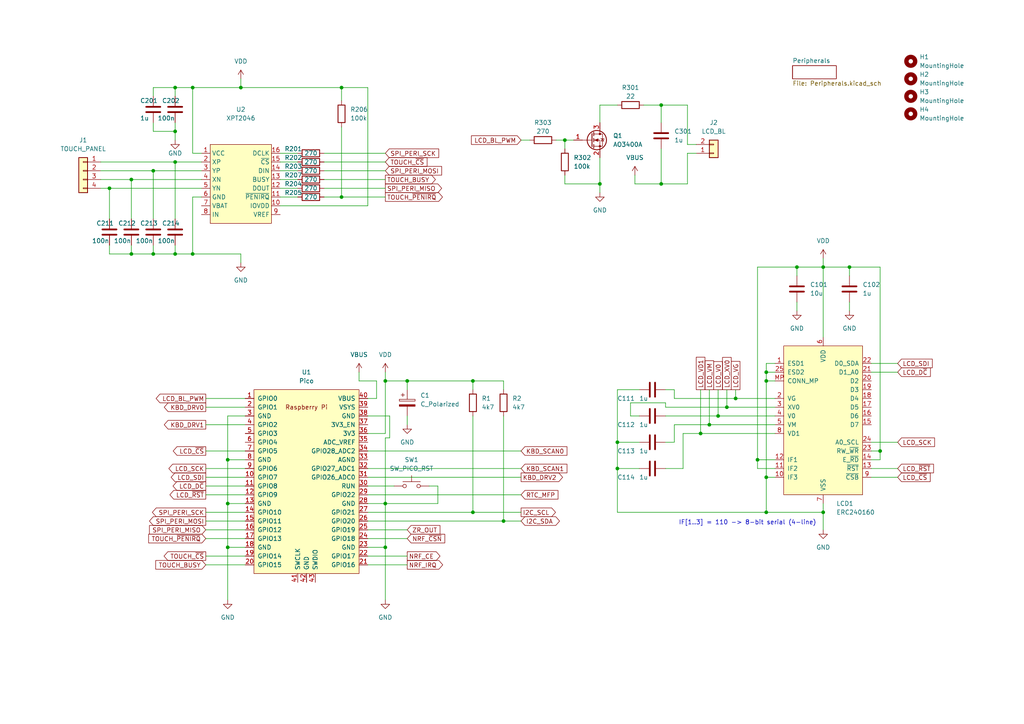
<source format=kicad_sch>
(kicad_sch (version 20211123) (generator eeschema)
  (paper "A4")
  (lib_symbols
    (symbol "Connector_Generic:Conn_01x02" (pin_names (offset 1.016) hide)
      (property "Reference" "J" (at 0 2.54 0))
      (property "Value" "Conn_01x02" (at 0 -5.08 0))
      (symbol "Conn_01x02_1_1"
        (rectangle (start -1.27 -2.413) (end 0 -2.667) (stroke (width 0.1524)))
        (rectangle (start -1.27 0.127) (end 0 -0.127) (stroke (width 0.1524)))
        (rectangle (start -1.27 1.27) (end 1.27 -3.81) (stroke (width 0.254)) (fill (type background)))
        (pin passive line (at -5.08 0 0) (length 3.81) (name "Pin_1") (number "1"))
        (pin passive line (at -5.08 -2.54 0) (length 3.81) (name "Pin_2") (number "2"))
      )
    )
    (symbol "Connector_Generic:Conn_01x04" (pin_names (offset 1.016) hide)
      (property "Reference" "J" (at 0 5.08 0))
      (property "Value" "Conn_01x04" (at 0 -7.62 0))
      (symbol "Conn_01x04_1_1"
        (rectangle (start -1.27 -4.953) (end 0 -5.207) (stroke (width 0.1524)))
        (rectangle (start -1.27 -2.413) (end 0 -2.667) (stroke (width 0.1524)))
        (rectangle (start -1.27 0.127) (end 0 -0.127) (stroke (width 0.1524)))
        (rectangle (start -1.27 2.667) (end 0 2.413) (stroke (width 0.1524)))
        (rectangle (start -1.27 3.81) (end 1.27 -6.35) (stroke (width 0.254)) (fill (type background)))
        (pin passive line (at -5.08 2.54 0) (length 3.81) (name "Pin_1") (number "1"))
        (pin passive line (at -5.08 0 0) (length 3.81) (name "Pin_2") (number "2"))
        (pin passive line (at -5.08 -2.54 0) (length 3.81) (name "Pin_3") (number "3"))
        (pin passive line (at -5.08 -5.08 0) (length 3.81) (name "Pin_4") (number "4"))
      )
    )
    (symbol "Device:C" (pin_numbers hide) (pin_names (offset 0.254))
      (property "Reference" "C" (at 0.635 2.54 0))
      (property "Value" "C" (at 0.635 -2.54 0))
      (symbol "C_0_1"
        (polyline (pts (xy -2.032 -0.762) (xy 2.032 -0.762)) (stroke (width 0.508)))
        (polyline (pts (xy -2.032 0.762) (xy 2.032 0.762)) (stroke (width 0.508)))
      )
      (symbol "C_1_1"
        (pin passive line (at 0 3.81 270) (length 2.794) (name "~") (number "1"))
        (pin passive line (at 0 -3.81 90) (length 2.794) (name "~") (number "2"))
      )
    )
    (symbol "Device:C_Polarized" (pin_numbers hide) (pin_names (offset 0.254))
      (property "Reference" "C" (at 0.635 2.54 0))
      (property "Value" "C_Polarized" (at 0.635 -2.54 0))
      (symbol "C_Polarized_0_1"
        (rectangle (start -2.286 0.508) (end 2.286 1.016))
        (polyline (pts (xy -1.778 2.286) (xy -0.762 2.286)))
        (polyline (pts (xy -1.27 2.794) (xy -1.27 1.778)))
        (rectangle (start 2.286 -0.508) (end -2.286 -1.016) (fill (type outline)))
      )
      (symbol "C_Polarized_1_1"
        (pin passive line (at 0 3.81 270) (length 2.794) (name "~") (number "1"))
        (pin passive line (at 0 -3.81 90) (length 2.794) (name "~") (number "2"))
      )
    )
    (symbol "Device:R" (pin_numbers hide) (pin_names (offset 0))
      (property "Reference" "R" (at 2.032 0 90))
      (property "Value" "R" (at 0 0 90))
      (symbol "R_0_1"
        (rectangle (start -1.016 -2.54) (end 1.016 2.54) (stroke (width 0.254)))
      )
      (symbol "R_1_1"
        (pin passive line (at 0 3.81 270) (length 1.27) (name "~") (number "1"))
        (pin passive line (at 0 -3.81 90) (length 1.27) (name "~") (number "2"))
      )
    )
    (symbol "Mechanical:MountingHole" (pin_names (offset 1.016))
      (property "Reference" "H" (at 0 5.08 0))
      (property "Value" "MountingHole" (at 0 3.175 0))
      (symbol "MountingHole_0_1"
        (circle (center 0 0) (radius 1.27) (stroke (width 1.27)))
      )
    )
    (symbol "Pico:Pico" (pin_names (offset 1.016))
      (property "Reference" "U" (at -13.97 27.94 0))
      (property "Value" "Pico" (at 0 19.05 0))
      (symbol "Pico_0_0"
        (text "Raspberry Pi" (at 0 21.59 0) (effects (font (size 1.27 1.27))))
      )
      (symbol "Pico_0_1"
        (rectangle (start -15.24 26.67) (end 15.24 -26.67) (fill (type background)))
      )
      (symbol "Pico_1_1"
        (pin bidirectional line (at -17.78 24.13 0) (length 2.54) (name "GPIO0") (number "1"))
        (pin bidirectional line (at -17.78 1.27 0) (length 2.54) (name "GPIO7") (number "10"))
        (pin bidirectional line (at -17.78 -1.27 0) (length 2.54) (name "GPIO8") (number "11"))
        (pin bidirectional line (at -17.78 -3.81 0) (length 2.54) (name "GPIO9") (number "12"))
        (pin power_in line (at -17.78 -6.35 0) (length 2.54) (name "GND") (number "13"))
        (pin bidirectional line (at -17.78 -8.89 0) (length 2.54) (name "GPIO10") (number "14"))
        (pin bidirectional line (at -17.78 -11.43 0) (length 2.54) (name "GPIO11") (number "15"))
        (pin bidirectional line (at -17.78 -13.97 0) (length 2.54) (name "GPIO12") (number "16"))
        (pin bidirectional line (at -17.78 -16.51 0) (length 2.54) (name "GPIO13") (number "17"))
        (pin power_in line (at -17.78 -19.05 0) (length 2.54) (name "GND") (number "18"))
        (pin bidirectional line (at -17.78 -21.59 0) (length 2.54) (name "GPIO14") (number "19"))
        (pin bidirectional line (at -17.78 21.59 0) (length 2.54) (name "GPIO1") (number "2"))
        (pin bidirectional line (at -17.78 -24.13 0) (length 2.54) (name "GPIO15") (number "20"))
        (pin bidirectional line (at 17.78 -24.13 180) (length 2.54) (name "GPIO16") (number "21"))
        (pin bidirectional line (at 17.78 -21.59 180) (length 2.54) (name "GPIO17") (number "22"))
        (pin power_in line (at 17.78 -19.05 180) (length 2.54) (name "GND") (number "23"))
        (pin bidirectional line (at 17.78 -16.51 180) (length 2.54) (name "GPIO18") (number "24"))
        (pin bidirectional line (at 17.78 -13.97 180) (length 2.54) (name "GPIO19") (number "25"))
        (pin bidirectional line (at 17.78 -11.43 180) (length 2.54) (name "GPIO20") (number "26"))
        (pin bidirectional line (at 17.78 -8.89 180) (length 2.54) (name "GPIO21") (number "27"))
        (pin power_in line (at 17.78 -6.35 180) (length 2.54) (name "GND") (number "28"))
        (pin bidirectional line (at 17.78 -3.81 180) (length 2.54) (name "GPIO22") (number "29"))
        (pin power_in line (at -17.78 19.05 0) (length 2.54) (name "GND") (number "3"))
        (pin input line (at 17.78 -1.27 180) (length 2.54) (name "RUN") (number "30"))
        (pin bidirectional line (at 17.78 1.27 180) (length 2.54) (name "GPIO26_ADC0") (number "31"))
        (pin bidirectional line (at 17.78 3.81 180) (length 2.54) (name "GPIO27_ADC1") (number "32"))
        (pin power_in line (at 17.78 6.35 180) (length 2.54) (name "AGND") (number "33"))
        (pin bidirectional line (at 17.78 8.89 180) (length 2.54) (name "GPIO28_ADC2") (number "34"))
        (pin unspecified line (at 17.78 11.43 180) (length 2.54) (name "ADC_VREF") (number "35"))
        (pin unspecified line (at 17.78 13.97 180) (length 2.54) (name "3V3") (number "36"))
        (pin input line (at 17.78 16.51 180) (length 2.54) (name "3V3_EN") (number "37"))
        (pin bidirectional line (at 17.78 19.05 180) (length 2.54) (name "GND") (number "38"))
        (pin unspecified line (at 17.78 21.59 180) (length 2.54) (name "VSYS") (number "39"))
        (pin bidirectional line (at -17.78 16.51 0) (length 2.54) (name "GPIO2") (number "4"))
        (pin unspecified line (at 17.78 24.13 180) (length 2.54) (name "VBUS") (number "40"))
        (pin input line (at -2.54 -29.21 90) (length 2.54) (name "SWCLK") (number "41"))
        (pin power_in line (at 0 -29.21 90) (length 2.54) (name "GND") (number "42"))
        (pin bidirectional line (at 2.54 -29.21 90) (length 2.54) (name "SWDIO") (number "43"))
        (pin bidirectional line (at -17.78 13.97 0) (length 2.54) (name "GPIO3") (number "5"))
        (pin bidirectional line (at -17.78 11.43 0) (length 2.54) (name "GPIO4") (number "6"))
        (pin bidirectional line (at -17.78 8.89 0) (length 2.54) (name "GPIO5") (number "7"))
        (pin power_in line (at -17.78 6.35 0) (length 2.54) (name "GND") (number "8"))
        (pin bidirectional line (at -17.78 3.81 0) (length 2.54) (name "GPIO6") (number "9"))
      )
    )
    (symbol "PicoWeatherStation:ERC240160" (pin_names (offset 1.016))
      (property "Reference" "LCD" (at 0 1.27 0))
      (property "Value" "ERC240160" (at 0 -1.27 0))
      (symbol "ERC240160_0_1"
        (rectangle (start -11.43 21.59) (end 11.43 -21.59) (fill (type background)))
      )
      (symbol "ERC240160_1_1"
        (pin passive line (at -13.97 16.51 0) (length 2.54) (name "ESD1") (number "1"))
        (pin input line (at -13.97 -16.51 0) (length 2.54) (name "IF3") (number "10"))
        (pin input line (at -13.97 -13.97 0) (length 2.54) (name "IF2") (number "11"))
        (pin input line (at -13.97 -11.43 0) (length 2.54) (name "IF1") (number "12"))
        (pin input line (at 13.97 -13.97 180) (length 2.54) (name "~{RST}") (number "13"))
        (pin input line (at 13.97 -11.43 180) (length 2.54) (name "E_~{RD}") (number "14"))
        (pin bidirectional line (at 13.97 -1.27 180) (length 2.54) (name "D7") (number "15"))
        (pin bidirectional line (at 13.97 1.27 180) (length 2.54) (name "D6") (number "16"))
        (pin bidirectional line (at 13.97 3.81 180) (length 2.54) (name "D5") (number "17"))
        (pin bidirectional line (at 13.97 6.35 180) (length 2.54) (name "D4") (number "18"))
        (pin bidirectional line (at 13.97 8.89 180) (length 2.54) (name "D3") (number "19"))
        (pin passive line (at -13.97 6.35 0) (length 2.54) (name "VG") (number "2"))
        (pin bidirectional line (at 13.97 11.43 180) (length 2.54) (name "D2") (number "20"))
        (pin bidirectional line (at 13.97 13.97 180) (length 2.54) (name "D1_A0") (number "21"))
        (pin bidirectional line (at 13.97 16.51 180) (length 2.54) (name "D0_SDA") (number "22"))
        (pin input line (at 13.97 -8.89 180) (length 2.54) (name "RW_~{WR}") (number "23"))
        (pin input line (at 13.97 -6.35 180) (length 2.54) (name "A0_SCL") (number "24"))
        (pin passive line (at -13.97 13.97 0) (length 2.54) (name "ESD2") (number "25"))
        (pin passive line (at -13.97 3.81 0) (length 2.54) (name "XV0") (number "3"))
        (pin passive line (at -13.97 1.27 0) (length 2.54) (name "V0") (number "4"))
        (pin passive line (at -13.97 -1.27 0) (length 2.54) (name "VM") (number "5"))
        (pin power_in line (at 0 24.13 270) (length 2.54) (name "VDD") (number "6"))
        (pin power_in line (at 0 -24.13 90) (length 2.54) (name "VSS") (number "7"))
        (pin passive line (at -13.97 -3.81 0) (length 2.54) (name "VD1") (number "8"))
        (pin input line (at 13.97 -16.51 180) (length 2.54) (name "~{CSB}") (number "9"))
        (pin passive line (at -13.97 11.43 0) (length 2.54) (name "CONN_MP") (number "MP"))
      )
    )
    (symbol "PicoWeatherStation:XPT2046"
      (property "Reference" "U" (at 6.35 12.7 0))
      (property "Value" "XPT2046" (at -5.08 12.7 0))
      (symbol "XPT2046_0_1"
        (rectangle (start -8.89 11.43) (end 8.89 -11.43) (fill (type background)))
      )
      (symbol "XPT2046_1_1"
        (pin power_in line (at -11.43 8.89 0) (length 2.54) (name "VCC") (number "1"))
        (pin power_in line (at 11.43 -6.35 180) (length 2.54) (name "IOVDD") (number "10"))
        (pin output line (at 11.43 -3.81 180) (length 2.54) (name "~{PENIRQ}") (number "11"))
        (pin output line (at 11.43 -1.27 180) (length 2.54) (name "DOUT") (number "12"))
        (pin output line (at 11.43 1.27 180) (length 2.54) (name "BUSY") (number "13"))
        (pin input line (at 11.43 3.81 180) (length 2.54) (name "DIN") (number "14"))
        (pin input line (at 11.43 6.35 180) (length 2.54) (name "~{CS}") (number "15"))
        (pin passive line (at 11.43 8.89 180) (length 2.54) (name "DCLK") (number "16"))
        (pin passive line (at -11.43 6.35 0) (length 2.54) (name "XP") (number "2"))
        (pin passive line (at -11.43 3.81 0) (length 2.54) (name "YP") (number "3"))
        (pin passive line (at -11.43 1.27 0) (length 2.54) (name "XN") (number "4"))
        (pin passive line (at -11.43 -1.27 0) (length 2.54) (name "YN") (number "5"))
        (pin power_in line (at -11.43 -3.81 0) (length 2.54) (name "GND") (number "6"))
        (pin passive line (at -11.43 -6.35 0) (length 2.54) (name "VBAT") (number "7"))
        (pin passive line (at -11.43 -8.89 0) (length 2.54) (name "IN") (number "8"))
        (pin passive line (at 11.43 -8.89 180) (length 2.54) (name "VREF") (number "9"))
      )
    )
    (symbol "Switch:SW_Push" (pin_numbers hide) (pin_names (offset 1.016) hide)
      (property "Reference" "SW" (at 1.27 2.54 0))
      (property "Value" "SW_Push" (at 0 -1.524 0))
      (symbol "SW_Push_0_1"
        (circle (center -2.032 0) (radius 0.508))
        (polyline (pts (xy 0 1.27) (xy 0 3.048)))
        (polyline (pts (xy 2.54 1.27) (xy -2.54 1.27)))
        (circle (center 2.032 0) (radius 0.508))
        (pin passive line (at -5.08 0 0) (length 2.54) (name "1") (number "1"))
        (pin passive line (at 5.08 0 180) (length 2.54) (name "2") (number "2"))
      )
    )
    (symbol "Transistor_FET:AO3400A" (pin_names hide)
      (property "Reference" "Q" (at 5.08 1.905 0))
      (property "Value" "AO3400A" (at 5.08 0 0))
      (symbol "AO3400A_0_1"
        (polyline (pts (xy 0.254 0) (xy -2.54 0)))
        (polyline (pts (xy 0.254 1.905) (xy 0.254 -1.905)) (stroke (width 0.254)))
        (polyline (pts (xy 0.762 -1.27) (xy 0.762 -2.286)) (stroke (width 0.254)))
        (polyline (pts (xy 0.762 0.508) (xy 0.762 -0.508)) (stroke (width 0.254)))
        (polyline (pts (xy 0.762 2.286) (xy 0.762 1.27)) (stroke (width 0.254)))
        (polyline (pts (xy 2.54 2.54) (xy 2.54 1.778)))
        (polyline (pts (xy 2.54 -2.54) (xy 2.54 0) (xy 0.762 0)))
        (polyline (pts (xy 0.762 -1.778) (xy 3.302 -1.778) (xy 3.302 1.778) (xy 0.762 1.778)))
        (polyline (pts (xy 1.016 0) (xy 2.032 0.381) (xy 2.032 -0.381) (xy 1.016 0)) (fill (type outline)))
        (polyline (pts (xy 2.794 0.508) (xy 2.921 0.381) (xy 3.683 0.381) (xy 3.81 0.254)))
        (polyline (pts (xy 3.302 0.381) (xy 2.921 -0.254) (xy 3.683 -0.254) (xy 3.302 0.381)))
        (circle (center 1.651 0) (radius 2.794) (stroke (width 0.254)))
        (circle (center 2.54 -1.778) (radius 0.254) (fill (type outline)))
        (circle (center 2.54 1.778) (radius 0.254) (fill (type outline)))
      )
      (symbol "AO3400A_1_1"
        (pin input line (at -5.08 0 0) (length 2.54) (name "G") (number "1"))
        (pin passive line (at 2.54 -5.08 90) (length 2.54) (name "S") (number "2"))
        (pin passive line (at 2.54 5.08 270) (length 2.54) (name "D") (number "3"))
      )
    )
    (symbol "power:GND" (power) (pin_names (offset 0))
      (property "Value" "GND" (at 0 -3.81 0))
      (symbol "GND_0_1"
        (polyline (pts (xy 0 0) (xy 0 -1.27) (xy 1.27 -1.27) (xy 0 -2.54) (xy -1.27 -1.27) (xy 0 -1.27)))
      )
      (symbol "GND_1_1"
        (pin power_in line (at 0 0 270) (length 0) hide (name "GND") (number "1"))
      )
    )
    (symbol "power:VBUS" (power) (pin_names (offset 0))
      (property "Value" "VBUS" (at 0 3.81 0))
      (symbol "VBUS_0_1"
        (polyline (pts (xy -0.762 1.27) (xy 0 2.54)))
        (polyline (pts (xy 0 0) (xy 0 2.54)))
        (polyline (pts (xy 0 2.54) (xy 0.762 1.27)))
      )
      (symbol "VBUS_1_1"
        (pin power_in line (at 0 0 90) (length 0) hide (name "VBUS") (number "1"))
      )
    )
    (symbol "power:VDD" (power) (pin_names (offset 0))
      (property "Value" "VDD" (at 0 3.81 0))
      (symbol "VDD_0_1"
        (polyline (pts (xy -0.762 1.27) (xy 0 2.54)))
        (polyline (pts (xy 0 0) (xy 0 2.54)))
        (polyline (pts (xy 0 2.54) (xy 0.762 1.27)))
      )
      (symbol "VDD_1_1"
        (pin power_in line (at 0 0 90) (length 0) hide (name "VDD") (number "1"))
      )
    )
  )
  (junction (at 222.25 110.49))
  (junction (at 203.2 125.73))
  (junction (at 66.04 146.05))
  (junction (at 55.88 73.66))
  (junction (at 191.77 53.34))
  (junction (at 137.16 148.59))
  (junction (at 219.71 133.35))
  (junction (at 66.04 158.75))
  (junction (at 238.76 77.47))
  (junction (at 38.1 73.66))
  (junction (at 55.88 25.4))
  (junction (at 31.75 54.61))
  (junction (at 210.82 118.11))
  (junction (at 38.1 52.07))
  (junction (at 205.74 123.19))
  (junction (at 222.25 138.43))
  (junction (at 137.16 110.49))
  (junction (at 50.8 25.4))
  (junction (at 255.27 130.81))
  (junction (at 44.45 49.53))
  (junction (at 50.8 38.1))
  (junction (at 111.76 158.75))
  (junction (at 111.76 110.49))
  (junction (at 99.06 25.4))
  (junction (at 222.25 107.95))
  (junction (at 111.76 146.05))
  (junction (at 208.28 120.65))
  (junction (at 50.8 46.99))
  (junction (at 222.25 148.59))
  (junction (at 66.04 133.35))
  (junction (at 173.99 53.34))
  (junction (at 163.83 40.64))
  (junction (at 231.14 77.47))
  (junction (at 50.8 73.66))
  (junction (at 99.06 57.15))
  (junction (at 44.45 73.66))
  (junction (at 246.38 77.47))
  (junction (at 213.36 115.57))
  (junction (at 179.07 135.89))
  (junction (at 69.85 25.4))
  (junction (at 238.76 148.59))
  (junction (at 191.77 30.48))
  (junction (at 179.07 128.27))
  (junction (at 118.11 110.49))
  (junction (at 146.05 151.13))
  (wire (pts (xy 205.74 113.03) (xy 205.74 123.19)))
  (wire (pts (xy 231.14 77.47) (xy 238.76 77.47)))
  (wire (pts (xy 106.68 156.21) (xy 118.11 156.21)))
  (wire (pts (xy 205.74 123.19) (xy 224.79 123.19)))
  (wire (pts (xy 208.28 113.03) (xy 208.28 120.65)))
  (wire (pts (xy 193.04 120.65) (xy 208.28 120.65)))
  (wire (pts (xy 55.88 57.15) (xy 55.88 73.66)))
  (wire (pts (xy 99.06 57.15) (xy 111.76 57.15)))
  (wire (pts (xy 173.99 30.48) (xy 173.99 35.56)))
  (wire (pts (xy 44.45 73.66) (xy 50.8 73.66)))
  (wire (pts (xy 179.07 128.27) (xy 179.07 135.89)))
  (wire (pts (xy 66.04 158.75) (xy 71.12 158.75)))
  (wire (pts (xy 50.8 46.99) (xy 58.42 46.99)))
  (wire (pts (xy 69.85 25.4) (xy 99.06 25.4)))
  (wire (pts (xy 124.46 140.97) (xy 127 140.97)))
  (wire (pts (xy 195.58 128.27) (xy 193.04 128.27)))
  (wire (pts (xy 224.79 105.41) (xy 222.25 105.41)))
  (wire (pts (xy 111.76 146.05) (xy 127 146.05)))
  (wire (pts (xy 238.76 74.93) (xy 238.76 77.47)))
  (wire (pts (xy 50.8 25.4) (xy 55.88 25.4)))
  (wire (pts (xy 146.05 110.49) (xy 137.16 110.49)))
  (wire (pts (xy 238.76 148.59) (xy 238.76 153.67)))
  (wire (pts (xy 59.69 161.29) (xy 71.12 161.29)))
  (wire (pts (xy 219.71 135.89) (xy 219.71 133.35)))
  (wire (pts (xy 179.07 113.03) (xy 179.07 128.27)))
  (wire (pts (xy 231.14 80.01) (xy 231.14 77.47)))
  (wire (pts (xy 173.99 53.34) (xy 173.99 55.88)))
  (wire (pts (xy 106.68 148.59) (xy 137.16 148.59)))
  (wire (pts (xy 231.14 87.63) (xy 231.14 90.17)))
  (wire (pts (xy 195.58 123.19) (xy 195.58 128.27)))
  (wire (pts (xy 66.04 146.05) (xy 71.12 146.05)))
  (wire (pts (xy 213.36 115.57) (xy 224.79 115.57)))
  (wire (pts (xy 69.85 25.4) (xy 55.88 25.4)))
  (wire (pts (xy 255.27 133.35) (xy 255.27 130.81)))
  (wire (pts (xy 31.75 54.61) (xy 58.42 54.61)))
  (wire (pts (xy 163.83 40.64) (xy 166.37 40.64)))
  (wire (pts (xy 106.68 163.83) (xy 118.11 163.83)))
  (wire (pts (xy 222.25 148.59) (xy 238.76 148.59)))
  (wire (pts (xy 199.39 53.34) (xy 199.39 44.45)))
  (wire (pts (xy 222.25 107.95) (xy 224.79 107.95)))
  (wire (pts (xy 238.76 146.05) (xy 238.76 148.59)))
  (wire (pts (xy 146.05 151.13) (xy 151.13 151.13)))
  (wire (pts (xy 69.85 73.66) (xy 69.85 76.2)))
  (wire (pts (xy 66.04 133.35) (xy 71.12 133.35)))
  (wire (pts (xy 222.25 110.49) (xy 222.25 138.43)))
  (wire (pts (xy 44.45 35.56) (xy 44.45 38.1)))
  (wire (pts (xy 118.11 110.49) (xy 111.76 110.49)))
  (wire (pts (xy 203.2 113.03) (xy 203.2 125.73)))
  (wire (pts (xy 222.25 105.41) (xy 222.25 107.95)))
  (wire (pts (xy 106.68 25.4) (xy 106.68 59.69)))
  (wire (pts (xy 222.25 107.95) (xy 222.25 110.49)))
  (wire (pts (xy 38.1 71.12) (xy 38.1 73.66)))
  (wire (pts (xy 59.69 123.19) (xy 71.12 123.19)))
  (wire (pts (xy 59.69 153.67) (xy 71.12 153.67)))
  (wire (pts (xy 59.69 148.59) (xy 71.12 148.59)))
  (wire (pts (xy 81.28 57.15) (xy 86.36 57.15)))
  (wire (pts (xy 198.12 125.73) (xy 198.12 135.89)))
  (wire (pts (xy 50.8 35.56) (xy 50.8 38.1)))
  (wire (pts (xy 71.12 120.65) (xy 66.04 120.65)))
  (wire (pts (xy 66.04 120.65) (xy 66.04 133.35)))
  (wire (pts (xy 252.73 107.95) (xy 260.35 107.95)))
  (wire (pts (xy 118.11 120.65) (xy 118.11 123.19)))
  (wire (pts (xy 50.8 73.66) (xy 55.88 73.66)))
  (wire (pts (xy 106.68 153.67) (xy 118.11 153.67)))
  (wire (pts (xy 44.45 49.53) (xy 44.45 63.5)))
  (wire (pts (xy 81.28 59.69) (xy 106.68 59.69)))
  (wire (pts (xy 93.98 54.61) (xy 111.76 54.61)))
  (wire (pts (xy 44.45 25.4) (xy 50.8 25.4)))
  (wire (pts (xy 93.98 49.53) (xy 111.76 49.53)))
  (wire (pts (xy 104.14 107.95) (xy 104.14 110.49)))
  (wire (pts (xy 38.1 73.66) (xy 44.45 73.66)))
  (wire (pts (xy 193.04 118.11) (xy 193.04 116.84)))
  (wire (pts (xy 66.04 146.05) (xy 66.04 158.75)))
  (wire (pts (xy 106.68 115.57) (xy 109.22 115.57)))
  (wire (pts (xy 195.58 113.03) (xy 193.04 113.03)))
  (wire (pts (xy 161.29 40.64) (xy 163.83 40.64)))
  (wire (pts (xy 137.16 113.03) (xy 137.16 110.49)))
  (wire (pts (xy 210.82 118.11) (xy 193.04 118.11)))
  (wire (pts (xy 99.06 29.21) (xy 99.06 25.4)))
  (wire (pts (xy 252.73 138.43) (xy 260.35 138.43)))
  (wire (pts (xy 81.28 44.45) (xy 86.36 44.45)))
  (wire (pts (xy 208.28 120.65) (xy 224.79 120.65)))
  (wire (pts (xy 29.21 49.53) (xy 44.45 49.53)))
  (wire (pts (xy 213.36 115.57) (xy 195.58 115.57)))
  (wire (pts (xy 66.04 158.75) (xy 66.04 173.99)))
  (wire (pts (xy 66.04 133.35) (xy 66.04 146.05)))
  (wire (pts (xy 59.69 151.13) (xy 71.12 151.13)))
  (wire (pts (xy 93.98 57.15) (xy 99.06 57.15)))
  (wire (pts (xy 246.38 77.47) (xy 246.38 80.01)))
  (wire (pts (xy 163.83 53.34) (xy 173.99 53.34)))
  (wire (pts (xy 29.21 54.61) (xy 31.75 54.61)))
  (wire (pts (xy 184.15 50.8) (xy 184.15 53.34)))
  (wire (pts (xy 59.69 130.81) (xy 71.12 130.81)))
  (wire (pts (xy 252.73 133.35) (xy 255.27 133.35)))
  (wire (pts (xy 255.27 130.81) (xy 255.27 77.47)))
  (wire (pts (xy 99.06 36.83) (xy 99.06 57.15)))
  (wire (pts (xy 106.68 151.13) (xy 146.05 151.13)))
  (wire (pts (xy 246.38 87.63) (xy 246.38 90.17)))
  (wire (pts (xy 55.88 73.66) (xy 69.85 73.66)))
  (wire (pts (xy 151.13 40.64) (xy 153.67 40.64)))
  (wire (pts (xy 191.77 30.48) (xy 191.77 35.56)))
  (wire (pts (xy 111.76 127) (xy 111.76 146.05)))
  (wire (pts (xy 59.69 135.89) (xy 71.12 135.89)))
  (wire (pts (xy 252.73 130.81) (xy 255.27 130.81)))
  (wire (pts (xy 173.99 45.72) (xy 173.99 53.34)))
  (wire (pts (xy 106.68 143.51) (xy 151.13 143.51)))
  (wire (pts (xy 252.73 128.27) (xy 260.35 128.27)))
  (wire (pts (xy 44.45 71.12) (xy 44.45 73.66)))
  (wire (pts (xy 185.42 135.89) (xy 179.07 135.89)))
  (wire (pts (xy 238.76 77.47) (xy 246.38 77.47)))
  (wire (pts (xy 93.98 44.45) (xy 111.76 44.45)))
  (wire (pts (xy 113.03 120.65) (xy 113.03 127)))
  (wire (pts (xy 219.71 133.35) (xy 219.71 77.47)))
  (wire (pts (xy 118.11 113.03) (xy 118.11 110.49)))
  (wire (pts (xy 50.8 46.99) (xy 50.8 63.5)))
  (wire (pts (xy 199.39 44.45) (xy 201.93 44.45)))
  (wire (pts (xy 31.75 71.12) (xy 31.75 73.66)))
  (wire (pts (xy 55.88 25.4) (xy 55.88 44.45)))
  (wire (pts (xy 81.28 46.99) (xy 86.36 46.99)))
  (wire (pts (xy 210.82 118.11) (xy 224.79 118.11)))
  (wire (pts (xy 31.75 54.61) (xy 31.75 63.5)))
  (wire (pts (xy 106.68 140.97) (xy 114.3 140.97)))
  (wire (pts (xy 163.83 50.8) (xy 163.83 53.34)))
  (wire (pts (xy 50.8 38.1) (xy 50.8 40.64)))
  (wire (pts (xy 59.69 143.51) (xy 71.12 143.51)))
  (wire (pts (xy 146.05 113.03) (xy 146.05 110.49)))
  (wire (pts (xy 106.68 130.81) (xy 151.13 130.81)))
  (wire (pts (xy 69.85 22.86) (xy 69.85 25.4)))
  (wire (pts (xy 38.1 52.07) (xy 38.1 63.5)))
  (wire (pts (xy 222.25 110.49) (xy 224.79 110.49)))
  (wire (pts (xy 255.27 77.47) (xy 246.38 77.47)))
  (wire (pts (xy 222.25 138.43) (xy 222.25 148.59)))
  (wire (pts (xy 224.79 135.89) (xy 219.71 135.89)))
  (wire (pts (xy 111.76 125.73) (xy 111.76 110.49)))
  (wire (pts (xy 185.42 113.03) (xy 179.07 113.03)))
  (wire (pts (xy 29.21 52.07) (xy 38.1 52.07)))
  (wire (pts (xy 127 140.97) (xy 127 146.05)))
  (wire (pts (xy 93.98 46.99) (xy 111.76 46.99)))
  (wire (pts (xy 179.07 128.27) (xy 185.42 128.27)))
  (wire (pts (xy 81.28 54.61) (xy 86.36 54.61)))
  (wire (pts (xy 179.07 30.48) (xy 173.99 30.48)))
  (wire (pts (xy 219.71 133.35) (xy 224.79 133.35)))
  (wire (pts (xy 81.28 52.07) (xy 86.36 52.07)))
  (wire (pts (xy 55.88 44.45) (xy 58.42 44.45)))
  (wire (pts (xy 195.58 115.57) (xy 195.58 113.03)))
  (wire (pts (xy 59.69 163.83) (xy 71.12 163.83)))
  (wire (pts (xy 106.68 138.43) (xy 151.13 138.43)))
  (wire (pts (xy 59.69 118.11) (xy 71.12 118.11)))
  (wire (pts (xy 184.15 53.34) (xy 191.77 53.34)))
  (wire (pts (xy 203.2 125.73) (xy 198.12 125.73)))
  (wire (pts (xy 182.88 120.65) (xy 182.88 116.84)))
  (wire (pts (xy 219.71 77.47) (xy 231.14 77.47)))
  (wire (pts (xy 203.2 125.73) (xy 224.79 125.73)))
  (wire (pts (xy 191.77 30.48) (xy 199.39 30.48)))
  (wire (pts (xy 213.36 113.03) (xy 213.36 115.57)))
  (wire (pts (xy 44.45 38.1) (xy 50.8 38.1)))
  (wire (pts (xy 44.45 49.53) (xy 58.42 49.53)))
  (wire (pts (xy 59.69 115.57) (xy 71.12 115.57)))
  (wire (pts (xy 109.22 110.49) (xy 104.14 110.49)))
  (wire (pts (xy 99.06 25.4) (xy 106.68 25.4)))
  (wire (pts (xy 59.69 156.21) (xy 71.12 156.21)))
  (wire (pts (xy 31.75 73.66) (xy 38.1 73.66)))
  (wire (pts (xy 106.68 125.73) (xy 111.76 125.73)))
  (wire (pts (xy 111.76 146.05) (xy 111.76 158.75)))
  (wire (pts (xy 111.76 110.49) (xy 111.76 107.95)))
  (wire (pts (xy 191.77 53.34) (xy 199.39 53.34)))
  (wire (pts (xy 113.03 127) (xy 111.76 127)))
  (wire (pts (xy 199.39 30.48) (xy 199.39 41.91)))
  (wire (pts (xy 81.28 49.53) (xy 86.36 49.53)))
  (wire (pts (xy 238.76 77.47) (xy 238.76 97.79)))
  (wire (pts (xy 106.68 135.89) (xy 151.13 135.89)))
  (wire (pts (xy 111.76 158.75) (xy 111.76 173.99)))
  (wire (pts (xy 59.69 140.97) (xy 71.12 140.97)))
  (wire (pts (xy 210.82 113.03) (xy 210.82 118.11)))
  (wire (pts (xy 146.05 120.65) (xy 146.05 151.13)))
  (wire (pts (xy 205.74 123.19) (xy 195.58 123.19)))
  (wire (pts (xy 179.07 148.59) (xy 222.25 148.59)))
  (wire (pts (xy 222.25 138.43) (xy 224.79 138.43)))
  (wire (pts (xy 106.68 158.75) (xy 111.76 158.75)))
  (wire (pts (xy 199.39 41.91) (xy 201.93 41.91)))
  (wire (pts (xy 50.8 25.4) (xy 50.8 27.94)))
  (wire (pts (xy 58.42 57.15) (xy 55.88 57.15)))
  (wire (pts (xy 182.88 116.84) (xy 193.04 116.84)))
  (wire (pts (xy 163.83 40.64) (xy 163.83 43.18)))
  (wire (pts (xy 59.69 138.43) (xy 71.12 138.43)))
  (wire (pts (xy 93.98 52.07) (xy 111.76 52.07)))
  (wire (pts (xy 252.73 135.89) (xy 260.35 135.89)))
  (wire (pts (xy 179.07 148.59) (xy 179.07 135.89)))
  (wire (pts (xy 137.16 120.65) (xy 137.16 148.59)))
  (wire (pts (xy 106.68 120.65) (xy 113.03 120.65)))
  (wire (pts (xy 106.68 161.29) (xy 118.11 161.29)))
  (wire (pts (xy 137.16 148.59) (xy 151.13 148.59)))
  (wire (pts (xy 29.21 46.99) (xy 50.8 46.99)))
  (wire (pts (xy 106.68 146.05) (xy 111.76 146.05)))
  (wire (pts (xy 50.8 71.12) (xy 50.8 73.66)))
  (wire (pts (xy 252.73 105.41) (xy 260.35 105.41)))
  (wire (pts (xy 191.77 53.34) (xy 191.77 43.18)))
  (wire (pts (xy 44.45 25.4) (xy 44.45 27.94)))
  (wire (pts (xy 185.42 120.65) (xy 182.88 120.65)))
  (wire (pts (xy 137.16 110.49) (xy 118.11 110.49)))
  (wire (pts (xy 38.1 52.07) (xy 58.42 52.07)))
  (wire (pts (xy 109.22 110.49) (xy 109.22 115.57)))
  (wire (pts (xy 186.69 30.48) (xy 191.77 30.48)))
  (wire (pts (xy 198.12 135.89) (xy 193.04 135.89)))
  (text "IF[1..3] = 110 -> 8-bit serial (4-line)" (at 196.85 152.4 0) (effects (font (size 1.27 1.27)) (justify left bottom)))
  (global_label "I2C_SDA" (shape bidirectional) (at 151.13 151.13 0) (property "Intersheet References" "${INTERSHEET_REFS}" (effects hide)))
  (global_label "KBD_DRV1" (shape output) (at 59.69 123.19 180) (property "Intersheet References" "${INTERSHEET_REFS}" (effects hide)))
  (global_label "TOUCH_BUSY" (shape input) (at 59.69 163.83 180) (property "Intersheet References" "${INTERSHEET_REFS}" (effects hide)))
  (global_label "TOUCH_~{CS}" (shape input) (at 111.76 46.99 0) (property "Intersheet References" "${INTERSHEET_REFS}" (effects hide)))
  (global_label "SPI_PERI_MISO" (shape input) (at 59.69 153.67 180) (property "Intersheet References" "${INTERSHEET_REFS}" (effects hide)))
  (global_label "LCD_XV0" (shape passive) (at 210.82 113.03 90) (property "Intersheet References" "${INTERSHEET_REFS}" (effects hide)))
  (global_label "LCD_BL_PWM" (shape output) (at 59.69 115.57 180) (property "Intersheet References" "${INTERSHEET_REFS}" (effects hide)))
  (global_label "ZR_OUT" (shape input) (at 118.11 153.67 0) (property "Intersheet References" "${INTERSHEET_REFS}" (effects hide)))
  (global_label "LCD_~{CS}" (shape input) (at 260.35 138.43 0) (property "Intersheet References" "${INTERSHEET_REFS}" (effects hide)))
  (global_label "TOUCH_~{PENIRQ}" (shape output) (at 111.76 57.15 0) (property "Intersheet References" "${INTERSHEET_REFS}" (effects hide)))
  (global_label "SPI_PERI_MISO" (shape output) (at 111.76 54.61 0) (property "Intersheet References" "${INTERSHEET_REFS}" (effects hide)))
  (global_label "LCD_VG" (shape passive) (at 213.36 113.03 90) (property "Intersheet References" "${INTERSHEET_REFS}" (effects hide)))
  (global_label "RTC_MFP" (shape input) (at 151.13 143.51 0) (property "Intersheet References" "${INTERSHEET_REFS}" (effects hide)))
  (global_label "NRF_~{CSN}" (shape input) (at 118.11 156.21 0) (property "Intersheet References" "${INTERSHEET_REFS}" (effects hide)))
  (global_label "LCD_VD1" (shape passive) (at 203.2 113.03 90) (property "Intersheet References" "${INTERSHEET_REFS}" (effects hide)))
  (global_label "LCD_D~{C}" (shape input) (at 260.35 107.95 0) (property "Intersheet References" "${INTERSHEET_REFS}" (effects hide)))
  (global_label "SPI_PERI_SCK" (shape input) (at 111.76 44.45 0) (property "Intersheet References" "${INTERSHEET_REFS}" (effects hide)))
  (global_label "KBD_SCAN0" (shape input) (at 151.13 130.81 0) (property "Intersheet References" "${INTERSHEET_REFS}" (effects hide)))
  (global_label "LCD_V0" (shape passive) (at 208.28 113.03 90) (property "Intersheet References" "${INTERSHEET_REFS}" (effects hide)))
  (global_label "TOUCH_~{CS}" (shape output) (at 59.69 161.29 180) (property "Intersheet References" "${INTERSHEET_REFS}" (effects hide)))
  (global_label "NRF_IRQ" (shape output) (at 118.11 163.83 0) (property "Intersheet References" "${INTERSHEET_REFS}" (effects hide)))
  (global_label "KBD_DRV0" (shape output) (at 59.69 118.11 180) (property "Intersheet References" "${INTERSHEET_REFS}" (effects hide)))
  (global_label "LCD_~{RST}" (shape output) (at 59.69 143.51 180) (property "Intersheet References" "${INTERSHEET_REFS}" (effects hide)))
  (global_label "TOUCH_BUSY" (shape output) (at 111.76 52.07 0) (property "Intersheet References" "${INTERSHEET_REFS}" (effects hide)))
  (global_label "KBD_DRV2" (shape output) (at 151.13 138.43 0) (property "Intersheet References" "${INTERSHEET_REFS}" (effects hide)))
  (global_label "SPI_PERI_MOSI" (shape input) (at 111.76 49.53 0) (property "Intersheet References" "${INTERSHEET_REFS}" (effects hide)))
  (global_label "LCD_~{RST}" (shape input) (at 260.35 135.89 0) (property "Intersheet References" "${INTERSHEET_REFS}" (effects hide)))
  (global_label "LCD_SDI" (shape output) (at 59.69 138.43 180) (property "Intersheet References" "${INTERSHEET_REFS}" (effects hide)))
  (global_label "TOUCH_~{PENIRQ}" (shape input) (at 59.69 156.21 180) (property "Intersheet References" "${INTERSHEET_REFS}" (effects hide)))
  (global_label "LCD_~{CS}" (shape output) (at 59.69 130.81 180) (property "Intersheet References" "${INTERSHEET_REFS}" (effects hide)))
  (global_label "SPI_PERI_MOSI" (shape output) (at 59.69 151.13 180) (property "Intersheet References" "${INTERSHEET_REFS}" (effects hide)))
  (global_label "LCD_VM" (shape passive) (at 205.74 113.03 90) (property "Intersheet References" "${INTERSHEET_REFS}" (effects hide)))
  (global_label "LCD_SDI" (shape input) (at 260.35 105.41 0) (property "Intersheet References" "${INTERSHEET_REFS}" (effects hide)))
  (global_label "LCD_SCK" (shape input) (at 260.35 128.27 0) (property "Intersheet References" "${INTERSHEET_REFS}" (effects hide)))
  (global_label "KBD_SCAN1" (shape input) (at 151.13 135.89 0) (property "Intersheet References" "${INTERSHEET_REFS}" (effects hide)))
  (global_label "LCD_SCK" (shape output) (at 59.69 135.89 180) (property "Intersheet References" "${INTERSHEET_REFS}" (effects hide)))
  (global_label "LCD_D~{C}" (shape output) (at 59.69 140.97 180) (property "Intersheet References" "${INTERSHEET_REFS}" (effects hide)))
  (global_label "I2C_SCL" (shape output) (at 151.13 148.59 0) (property "Intersheet References" "${INTERSHEET_REFS}" (effects hide)))
  (global_label "LCD_BL_PWM" (shape input) (at 151.13 40.64 180) (property "Intersheet References" "${INTERSHEET_REFS}" (effects hide)))
  (global_label "NRF_CE" (shape output) (at 118.11 161.29 0) (property "Intersheet References" "${INTERSHEET_REFS}" (effects hide)))
  (global_label "SPI_PERI_SCK" (shape output) (at 59.69 148.59 180) (property "Intersheet References" "${INTERSHEET_REFS}" (effects hide)))
  (symbol (lib_id "Device:C") (at 50.8 67.31 0) (unit 1)
    (property "Reference" "C214" (at 46.99 64.77 0) (effects (justify left)))
    (property "Value" "100n" (at 45.72 69.85 0) (effects (justify left)))
    (property "Footprint" "Capacitor_SMD:C_0805_2012Metric_Pad1.18x1.45mm_HandSolder" (effects hide))
  )
  (symbol (lib_id "PicoWeatherStation:ERC240160") (at 238.76 121.92 0) (unit 1)
    (property "Reference" "LCD1" (at 242.57 146.05 0) (effects (justify left)))
    (property "Value" "ERC240160" (at 242.57 148.59 0) (effects (justify left)))
    (property "Footprint" "PicoWeatherStation:ERC240160" (effects hide))
    (property "Datasheet" "https://www.buydisplay.com/download/manual/ERC240160-2_Series_Datasheet.pdf" (effects hide))
  )
  (symbol (lib_id "power:GND") (at 111.76 173.99 0) (unit 1)
    (property "Reference" "#PWR0111" (effects hide))
    (property "Value" "GND" (at 111.76 179.07 0))
  )
  (symbol (lib_id "Device:C") (at 231.14 83.82 0) (unit 1)
    (property "Reference" "C101" (at 234.95 82.5499 0) (effects (justify left)))
    (property "Value" "10u" (at 234.95 85.0899 0) (effects (justify left)))
    (property "Footprint" "Capacitor_SMD:C_0805_2012Metric_Pad1.18x1.45mm_HandSolder" (effects hide))
  )
  (symbol (lib_id "power:GND") (at 50.8 40.64 0) (unit 1)
    (property "Reference" "#PWR01" (effects hide))
    (property "Value" "GND" (at 50.8 44.45 0))
  )
  (symbol (lib_id "power:VBUS") (at 104.14 107.95 0) (unit 1)
    (property "Reference" "#PWR0102" (effects hide))
    (property "Value" "VBUS" (at 104.14 102.87 0))
  )
  (symbol (lib_id "Mechanical:MountingHole") (at 264.16 22.86 0) (unit 1)
    (property "Reference" "H2" (at 266.7 21.5899 0) (effects (justify left)))
    (property "Value" "MountingHole" (at 266.7 24.1299 0) (effects (justify left)))
    (property "Footprint" "MountingHole:MountingHole_2.7mm_Pad_Via" (effects hide))
  )
  (symbol (lib_id "Device:C") (at 189.23 113.03 90) (unit 1)
    (property "Reference" "C111" (at 181.61 115.57 90))
    (property "Value" "1u" (at 186.69 115.57 90))
    (property "Footprint" "Capacitor_SMD:C_0805_2012Metric_Pad1.18x1.45mm_HandSolder" (effects hide))
  )
  (symbol (lib_id "Device:C") (at 44.45 31.75 0) (unit 1)
    (property "Reference" "C201" (at 40.64 29.21 0) (effects (justify left)))
    (property "Value" "1u" (at 40.64 34.29 0) (effects (justify left)))
    (property "Footprint" "Capacitor_SMD:C_0805_2012Metric_Pad1.18x1.45mm_HandSolder" (effects hide))
  )
  (symbol (lib_id "power:GND") (at 173.99 55.88 0) (unit 1)
    (property "Reference" "#PWR0106" (effects hide))
    (property "Value" "GND" (at 173.99 60.96 0))
  )
  (symbol (lib_id "power:GND") (at 246.38 90.17 0) (unit 1)
    (property "Reference" "#PWR0104" (effects hide))
    (property "Value" "GND" (at 246.38 95.25 0))
  )
  (symbol (lib_id "Device:C") (at 38.1 67.31 0) (unit 1)
    (property "Reference" "C212" (at 34.29 64.77 0) (effects (justify left)))
    (property "Value" "100n" (at 33.02 69.85 0) (effects (justify left)))
    (property "Footprint" "Capacitor_SMD:C_0805_2012Metric_Pad1.18x1.45mm_HandSolder" (effects hide))
  )
  (symbol (lib_id "PicoWeatherStation:XPT2046") (at 69.85 53.34 0) (unit 1)
    (property "Reference" "U2" (at 69.85 31.75 0))
    (property "Value" "XPT2046" (at 69.85 34.29 0))
    (property "Footprint" "Package_SO:TSSOP-16_4.4x5mm_P0.65mm" (effects hide))
    (property "Datasheet" "https://www.buydisplay.com/download/ic/XPT2046.pdf" (effects hide))
  )
  (symbol (lib_id "power:GND") (at 231.14 90.17 0) (unit 1)
    (property "Reference" "#PWR0105" (effects hide))
    (property "Value" "GND" (at 231.14 95.25 0))
  )
  (symbol (lib_id "Device:R") (at 163.83 46.99 0) (unit 1)
    (property "Reference" "R302" (at 166.37 45.7199 0) (effects (justify left)))
    (property "Value" "100k" (at 166.37 48.2599 0) (effects (justify left)))
    (property "Footprint" "Resistor_SMD:R_0805_2012Metric_Pad1.20x1.40mm_HandSolder" (effects hide))
  )
  (symbol (lib_id "power:GND") (at 238.76 153.67 0) (unit 1)
    (property "Reference" "#PWR0103" (effects hide))
    (property "Value" "GND" (at 238.76 158.75 0))
  )
  (symbol (lib_id "Device:C") (at 31.75 67.31 0) (unit 1)
    (property "Reference" "C211" (at 27.94 64.77 0) (effects (justify left)))
    (property "Value" "100n" (at 26.67 69.85 0) (effects (justify left)))
    (property "Footprint" "Capacitor_SMD:C_0805_2012Metric_Pad1.18x1.45mm_HandSolder" (effects hide))
  )
  (symbol (lib_id "Device:R") (at 157.48 40.64 90) (unit 1)
    (property "Reference" "R303" (at 157.48 35.56 90))
    (property "Value" "270" (at 157.48 38.1 90))
    (property "Footprint" "Resistor_SMD:R_0805_2012Metric_Pad1.20x1.40mm_HandSolder" (effects hide))
  )
  (symbol (lib_id "Mechanical:MountingHole") (at 264.16 33.02 0) (unit 1)
    (property "Reference" "H4" (at 266.7 31.7499 0) (effects (justify left)))
    (property "Value" "MountingHole" (at 266.7 34.2899 0) (effects (justify left)))
    (property "Footprint" "MountingHole:MountingHole_2.7mm_Pad_Via" (effects hide))
  )
  (symbol (lib_id "Device:R") (at 137.16 116.84 0) (unit 1)
    (property "Reference" "R1" (at 139.7 115.5699 0) (effects (justify left)))
    (property "Value" "4k7" (at 139.7 118.1099 0) (effects (justify left)))
    (property "Footprint" "Resistor_SMD:R_0805_2012Metric_Pad1.20x1.40mm_HandSolder" (effects hide))
  )
  (symbol (lib_id "Device:R") (at 90.17 49.53 90) (unit 1)
    (property "Reference" "R203" (at 85.09 48.26 90))
    (property "Value" "270" (at 90.17 49.53 90))
    (property "Footprint" "Resistor_SMD:R_0805_2012Metric_Pad1.20x1.40mm_HandSolder" (effects hide))
  )
  (symbol (lib_id "Mechanical:MountingHole") (at 264.16 17.78 0) (unit 1)
    (property "Reference" "H1" (at 266.7 16.5099 0) (effects (justify left)))
    (property "Value" "MountingHole" (at 266.7 19.0499 0) (effects (justify left)))
    (property "Footprint" "MountingHole:MountingHole_2.7mm_Pad_Via" (effects hide))
  )
  (symbol (lib_id "Connector_Generic:Conn_01x04") (at 24.13 49.53 0) (mirror y) (unit 1)
    (property "Reference" "J1" (at 24.13 40.64 0))
    (property "Value" "TOUCH_PANEL" (at 24.13 43.18 0))
    (property "Footprint" "Connector_FFC-FPC:TE_84953-4_1x04-1MP_P1.0mm_Horizontal" (effects hide))
  )
  (symbol (lib_id "Device:R") (at 90.17 52.07 90) (unit 1)
    (property "Reference" "R207" (at 85.09 50.8 90))
    (property "Value" "270" (at 90.17 52.07 90))
    (property "Footprint" "Resistor_SMD:R_0805_2012Metric_Pad1.20x1.40mm_HandSolder" (effects hide))
  )
  (symbol (lib_id "Mechanical:MountingHole") (at 264.16 27.94 0) (unit 1)
    (property "Reference" "H3" (at 266.7 26.6699 0) (effects (justify left)))
    (property "Value" "MountingHole" (at 266.7 29.2099 0) (effects (justify left)))
    (property "Footprint" "MountingHole:MountingHole_2.7mm_Pad_Via" (effects hide))
  )
  (symbol (lib_id "Device:R") (at 90.17 54.61 90) (unit 1)
    (property "Reference" "R204" (at 85.09 53.34 90))
    (property "Value" "270" (at 90.17 54.61 90))
    (property "Footprint" "Resistor_SMD:R_0805_2012Metric_Pad1.20x1.40mm_HandSolder" (effects hide))
  )
  (symbol (lib_id "Device:R") (at 90.17 57.15 90) (unit 1)
    (property "Reference" "R205" (at 85.09 55.88 90))
    (property "Value" "270" (at 90.17 57.15 90))
    (property "Footprint" "Resistor_SMD:R_0805_2012Metric_Pad1.20x1.40mm_HandSolder" (effects hide))
  )
  (symbol (lib_id "power:VDD") (at 69.85 22.86 0) (unit 1)
    (property "Reference" "#PWR0107" (effects hide))
    (property "Value" "VDD" (at 69.85 17.78 0))
  )
  (symbol (lib_id "power:GND") (at 66.04 173.99 0) (unit 1)
    (property "Reference" "#PWR0110" (effects hide))
    (property "Value" "GND" (at 66.04 179.07 0))
  )
  (symbol (lib_id "power:VDD") (at 238.76 74.93 0) (unit 1)
    (property "Reference" "#PWR0101" (effects hide))
    (property "Value" "VDD" (at 238.76 69.85 0))
  )
  (symbol (lib_id "Pico:Pico") (at 88.9 139.7 0) (unit 1)
    (property "Reference" "U1" (at 88.9 107.95 0))
    (property "Value" "Pico" (at 88.9 110.49 0))
    (property "Footprint" "PicoWeatherStation:RPi_PicoW_SMD" (effects hide))
  )
  (symbol (lib_id "Transistor_FET:AO3400A") (at 171.45 40.64 0) (unit 1)
    (property "Reference" "Q1" (at 177.8 39.3699 0) (effects (justify left)))
    (property "Value" "AO3400A" (at 177.8 41.9099 0) (effects (justify left)))
    (property "Footprint" "Package_TO_SOT_SMD:SOT-23" (effects hide))
    (property "Datasheet" "http://www.aosmd.com/pdfs/datasheet/AO3400A.pdf" (effects hide))
  )
  (symbol (lib_id "power:GND") (at 118.11 123.19 0) (unit 1)
    (property "Reference" "#PWR0119" (effects hide))
    (property "Value" "GND" (at 118.11 128.27 0))
  )
  (symbol (lib_id "Device:R") (at 182.88 30.48 90) (unit 1)
    (property "Reference" "R301" (at 182.88 25.4 90))
    (property "Value" "22" (at 182.88 27.94 90))
    (property "Footprint" "Resistor_SMD:R_0805_2012Metric_Pad1.20x1.40mm_HandSolder" (effects hide))
  )
  (symbol (lib_id "Device:R") (at 90.17 44.45 90) (unit 1)
    (property "Reference" "R201" (at 85.09 43.18 90))
    (property "Value" "270" (at 90.17 44.45 90))
    (property "Footprint" "Resistor_SMD:R_0805_2012Metric_Pad1.20x1.40mm_HandSolder" (effects hide))
  )
  (symbol (lib_id "power:VDD") (at 111.76 107.95 0) (unit 1)
    (property "Reference" "#PWR0109" (effects hide))
    (property "Value" "VDD" (at 111.76 102.87 0))
  )
  (symbol (lib_id "Device:R") (at 99.06 33.02 0) (unit 1)
    (property "Reference" "R206" (at 101.6 31.7499 0) (effects (justify left)))
    (property "Value" "100k" (at 101.6 34.2899 0) (effects (justify left)))
    (property "Footprint" "Resistor_SMD:R_0805_2012Metric_Pad1.20x1.40mm_HandSolder" (effects hide))
  )
  (symbol (lib_id "Device:R") (at 146.05 116.84 0) (unit 1)
    (property "Reference" "R2" (at 148.59 115.5699 0) (effects (justify left)))
    (property "Value" "4k7" (at 148.59 118.1099 0) (effects (justify left)))
    (property "Footprint" "Resistor_SMD:R_0805_2012Metric_Pad1.20x1.40mm_HandSolder" (effects hide))
  )
  (symbol (lib_id "Connector_Generic:Conn_01x02") (at 207.01 44.45 0) (mirror x) (unit 1)
    (property "Reference" "J2" (at 207.01 35.56 0))
    (property "Value" "LCD_BL" (at 207.01 38.1 0))
    (property "Footprint" "PicoWeatherStation:Backlight_Connector_SMD_P2.00mm" (effects hide))
  )
  (symbol (lib_id "Device:C") (at 189.23 120.65 90) (unit 1)
    (property "Reference" "C112" (at 181.61 123.19 90))
    (property "Value" "1u" (at 186.69 123.19 90))
    (property "Footprint" "Capacitor_SMD:C_0805_2012Metric_Pad1.18x1.45mm_HandSolder" (effects hide))
  )
  (symbol (lib_id "Device:C") (at 189.23 128.27 270) (unit 1)
    (property "Reference" "C113" (at 181.61 130.81 90))
    (property "Value" "1u" (at 186.69 130.81 90))
    (property "Footprint" "Capacitor_SMD:C_0805_2012Metric_Pad1.18x1.45mm_HandSolder" (effects hide))
  )
  (symbol (lib_id "Switch:SW_Push") (at 119.38 140.97 0) (unit 1)
    (property "Reference" "SW1" (at 119.38 133.35 0))
    (property "Value" "SW_PICO_RST" (at 119.38 135.89 0))
    (property "Footprint" "Button_Switch_SMD:SW_Push_1P1T_NO_6x6mm_H9.5mm" (effects hide))
  )
  (symbol (lib_id "Device:C_Polarized") (at 118.11 116.84 0) (unit 1)
    (property "Reference" "C1" (at 121.92 114.6809 0) (effects (justify left)))
    (property "Value" "C_Polarized" (at 121.92 117.2209 0) (effects (justify left)))
    (property "Footprint" "Capacitor_SMD:CP_Elec_5x5.4" (effects hide))
  )
  (symbol (lib_id "power:VBUS") (at 184.15 50.8 0) (unit 1)
    (property "Reference" "#PWR0112" (effects hide))
    (property "Value" "VBUS" (at 184.15 45.72 0))
  )
  (symbol (lib_id "Device:R") (at 90.17 46.99 90) (unit 1)
    (property "Reference" "R202" (at 85.09 45.72 90))
    (property "Value" "270" (at 90.17 46.99 90))
    (property "Footprint" "Resistor_SMD:R_0805_2012Metric_Pad1.20x1.40mm_HandSolder" (effects hide))
  )
  (symbol (lib_id "power:GND") (at 69.85 76.2 0) (unit 1)
    (property "Reference" "#PWR0108" (effects hide))
    (property "Value" "GND" (at 69.85 81.28 0))
  )
  (symbol (lib_id "Device:C") (at 191.77 39.37 0) (unit 1)
    (property "Reference" "C301" (at 195.58 38.0999 0) (effects (justify left)))
    (property "Value" "1u" (at 195.58 40.6399 0) (effects (justify left)))
    (property "Footprint" "Capacitor_SMD:C_0805_2012Metric_Pad1.18x1.45mm_HandSolder" (effects hide))
  )
  (symbol (lib_id "Device:C") (at 246.38 83.82 0) (unit 1)
    (property "Reference" "C102" (at 250.19 82.5499 0) (effects (justify left)))
    (property "Value" "1u" (at 250.19 85.0899 0) (effects (justify left)))
    (property "Footprint" "Capacitor_SMD:C_0805_2012Metric_Pad1.18x1.45mm_HandSolder" (effects hide))
  )
  (symbol (lib_id "Device:C") (at 50.8 31.75 0) (unit 1)
    (property "Reference" "C202" (at 46.99 29.21 0) (effects (justify left)))
    (property "Value" "100n" (at 45.72 34.29 0) (effects (justify left)))
    (property "Footprint" "Capacitor_SMD:C_0805_2012Metric_Pad1.18x1.45mm_HandSolder" (effects hide))
  )
  (symbol (lib_id "Device:C") (at 44.45 67.31 0) (unit 1)
    (property "Reference" "C213" (at 40.64 64.77 0) (effects (justify left)))
    (property "Value" "100n" (at 39.37 69.85 0) (effects (justify left)))
    (property "Footprint" "Capacitor_SMD:C_0805_2012Metric_Pad1.18x1.45mm_HandSolder" (effects hide))
  )
  (symbol (lib_id "Device:C") (at 189.23 135.89 90) (unit 1)
    (property "Reference" "C114" (at 181.61 138.43 90))
    (property "Value" "1u" (at 186.69 138.43 90))
    (property "Footprint" "Capacitor_SMD:C_0805_2012Metric_Pad1.18x1.45mm_HandSolder" (effects hide))
  )
  (sheet (at 229.87 19.05) (size 12.7 3.81) (stroke (width 0.1524))
    (property "Sheet name" "Peripherals" (at 229.87 18.3384 0) (effects (justify left bottom)))
    (property "Sheet file" "Peripherals.kicad_sch" (at 229.87 23.4446 0) (effects (justify left top)))
  )
)
</source>
